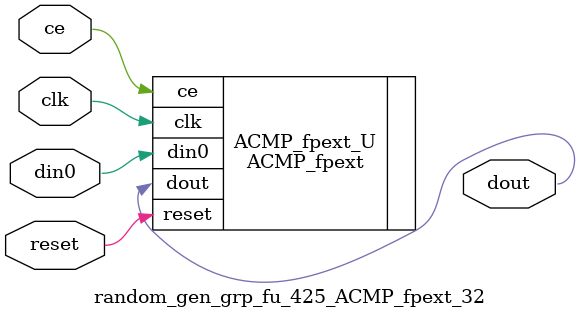
<source format=v>

`timescale 1 ns / 1 ps
module random_gen_grp_fu_425_ACMP_fpext_32(
    clk,
    reset,
    ce,
    din0,
    dout);

parameter ID = 32'd1;
parameter NUM_STAGE = 32'd1;
parameter din0_WIDTH = 32'd1;
parameter dout_WIDTH = 32'd1;
input clk;
input reset;
input ce;
input[din0_WIDTH - 1:0] din0;
output[dout_WIDTH - 1:0] dout;



ACMP_fpext #(
.ID( ID ),
.NUM_STAGE( 2 ),
.din0_WIDTH( din0_WIDTH ),
.dout_WIDTH( dout_WIDTH ))
ACMP_fpext_U(
    .clk( clk ),
    .reset( reset ),
    .ce( ce ),
    .din0( din0 ),
    .dout( dout ));

endmodule

</source>
